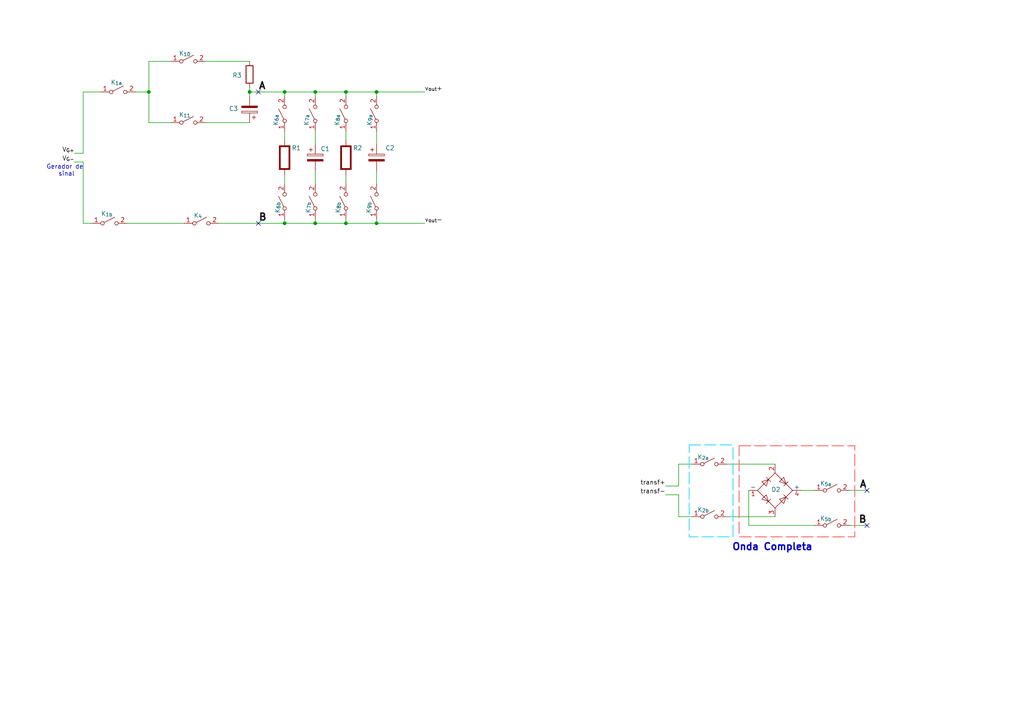
<source format=kicad_sch>
(kicad_sch (version 20231120) (generator "eeschema") (generator_version "8.0")
  (paper "A4")
  (lib_symbols
    (symbol "Device:C_Polarized" (pin_numbers hide) (pin_names (offset 0.254))
      (property "Reference" "C" (at 0.635 2.54 0))
      (property "Value" "C_Polarized" (at 0.635 -2.54 0))
      (symbol "C_Polarized_0_1"
        (rectangle (start -2.286 0.508) (end 2.286 1.016))
        (polyline (pts (xy -1.778 2.286) (xy -0.762 2.286)))
        (polyline (pts (xy -1.27 2.794) (xy -1.27 1.778)))
        (rectangle (start 2.286 -0.508) (end -2.286 -1.016) (fill (type outline)))
      )
      (symbol "C_Polarized_1_1"
        (pin passive line (at 0 3.81 270) (length 2.794) (name "~") (number "1"))
        (pin passive line (at 0 -3.81 90) (length 2.794) (name "~") (number "2"))
      )
    )
    (symbol "Device:R" (pin_numbers hide) (pin_names (offset 0))
      (property "Reference" "R" (at 2.032 0 90))
      (property "Value" "R" (at 0 0 90))
      (symbol "R_0_1"
        (rectangle (start -1.016 -2.54) (end 1.016 2.54) (stroke (width 0.254)))
      )
      (symbol "R_1_1"
        (pin passive line (at 0 3.81 270) (length 1.27) (name "~") (number "1"))
        (pin passive line (at 0 -3.81 90) (length 1.27) (name "~") (number "2"))
      )
    )
    (symbol "Diode_Bridge:B250C2300-1500A" (pin_names (offset 0))
      (property "Reference" "D" (at 2.54 6.985 0))
      (property "Value" "B250C2300-1500A" (at 2.54 5.08 0))
      (symbol "B250C2300-1500A_0_1"
        (polyline (pts (xy -2.54 3.81) (xy -1.27 2.54)))
        (polyline (pts (xy -1.27 -2.54) (xy -2.54 -3.81)))
        (polyline (pts (xy 2.54 -1.27) (xy 3.81 -2.54)))
        (polyline (pts (xy 2.54 1.27) (xy 3.81 2.54)))
        (polyline (pts (xy -3.81 2.54) (xy -2.54 1.27) (xy -1.905 3.175) (xy -3.81 2.54)))
        (polyline (pts (xy -2.54 -1.27) (xy -3.81 -2.54) (xy -1.905 -3.175) (xy -2.54 -1.27)))
        (polyline (pts (xy 1.27 2.54) (xy 2.54 3.81) (xy 3.175 1.905) (xy 1.27 2.54)))
        (polyline (pts (xy 3.175 -1.905) (xy 1.27 -2.54) (xy 2.54 -3.81) (xy 3.175 -1.905)))
        (polyline (pts (xy -5.08 0) (xy 0 -5.08) (xy 5.08 0) (xy 0 5.08) (xy -5.08 0)))
      )
      (symbol "B250C2300-1500A_1_1"
        (pin passive line (at -7.62 0 0) (length 2.54) (name "-") (number "1"))
        (pin passive line (at 0 7.62 270) (length 2.54) (name "~") (number "2"))
        (pin passive line (at 0 -7.62 90) (length 2.54) (name "~") (number "3"))
        (pin passive line (at 7.62 0 180) (length 2.54) (name "+") (number "4"))
      )
    )
    (symbol "PCM_Elektuur:R" (pin_numbers hide) (pin_names (offset 0) hide)
      (property "Reference" "R" (at 2.54 3.175 0))
      (property "Value" "R" (at 0 0 90))
      (symbol "R_1_1"
        (polyline (pts (xy -1.524 -3.429) (xy 1.524 -3.429) (xy 1.524 3.429) (xy -1.524 3.429) (xy -1.524 -3.429) (xy -1.27 -3.175) (xy -1.27 3.175) (xy 1.27 3.175) (xy 1.27 -3.175) (xy -1.27 -3.175) (xy -1.524 -3.429)) (stroke (width 0.254)) (fill (type outline)))
        (pin passive line (at 0 5.08 270) (length 1.651) (name "+") (number "1"))
        (pin passive line (at 0 -5.08 90) (length 1.651) (name "-") (number "2"))
      )
      (symbol "R_1_2"
        (polyline (pts (xy -0.508 -3.429) (xy 1.524 -3.429) (xy 1.524 3.429) (xy -0.508 3.429) (xy -0.508 3.175) (xy 1.27 3.175) (xy 1.27 -3.175) (xy -0.508 -3.175) (xy -0.508 -3.429)) (stroke (width 0.254)) (fill (type outline)))
        (pin passive line (at 0 5.08 270) (length 1.651) (name "+") (number "1"))
        (pin passive line (at 0 -5.08 90) (length 1.651) (name "-") (number "2"))
      )
      (symbol "R_1_3"
        (polyline (pts (xy 0 3.4798) (xy 0 3.2004) (xy 0.7112 2.794) (xy -1.1938 1.6764) (xy 0.7112 0.5588) (xy -1.1938 -0.5588) (xy 0.7112 -1.6764) (xy -1.1938 -2.794) (xy 0 -3.4798) (xy 0 -3.2004) (xy -0.7112 -2.794) (xy 1.1938 -1.6764) (xy -0.7112 -0.5588) (xy 1.1938 0.5588) (xy -0.7112 1.6764) (xy 1.1938 2.794) (xy 0 3.4798)) (stroke (width 0.254)) (fill (type outline)))
        (pin passive line (at 0 5.08 270) (length 1.6002) (name "+") (number "1"))
        (pin passive line (at 0 -5.08 90) (length 1.6002) (name "-") (number "2"))
      )
      (symbol "R_1_4"
        (polyline (pts (xy 0 4.5466) (xy 0 4.2672) (xy 0.0508 4.2418) (xy 1.016 3.683) (xy -1.524 2.2098) (xy 1.016 0.7366) (xy -1.524 -0.7366) (xy 1.016 -2.2098) (xy -1.524 -3.683) (xy -0.0762 -4.5212) (xy 0 -4.5466) (xy 0 -4.2672) (xy -0.0508 -4.2418) (xy -1.016 -3.683) (xy 1.524 -2.2098) (xy -1.016 -0.7366) (xy 1.524 0.7366) (xy -1.016 2.2098) (xy 1.524 3.683) (xy 0.0762 4.5212) (xy 0 4.5466)) (stroke (width 0.254)) (fill (type outline)))
        (pin passive line (at 0 5.08 270) (length 0.5334) (name "+") (number "1"))
        (pin passive line (at 0 -5.08 90) (length 0.5334) (name "-") (number "2"))
      )
    )
    (symbol "Switch:SW_SPST" (pin_names (offset 0) hide)
      (property "Reference" "SW" (at 0 3.175 0))
      (property "Value" "SW_SPST" (at 0 -2.54 0))
      (symbol "SW_SPST_0_0"
        (circle (center -2.032 0) (radius 0.508))
        (polyline (pts (xy -1.524 0.254) (xy 1.524 1.778)))
        (circle (center 2.032 0) (radius 0.508))
      )
      (symbol "SW_SPST_1_1"
        (pin passive line (at -5.08 0 0) (length 2.54) (name "A") (number "1"))
        (pin passive line (at 5.08 0 180) (length 2.54) (name "B") (number "2"))
      )
    )
  )
  (junction (at 82.55 26.67))
  (junction (at 109.22 26.67))
  (junction (at 91.44 26.67))
  (junction (at 91.44 64.77))
  (junction (at 100.33 26.67))
  (junction (at 109.22 64.77))
  (junction (at 43.18 26.67))
  (junction (at 100.33 64.77))
  (junction (at 72.39 26.67))
  (junction (at 82.55 64.77))
  (no_connect (at 251.46 142.24))
  (no_connect (at 74.93 26.67))
  (no_connect (at 74.93 64.77))
  (no_connect (at 251.46 152.4))
  (wire (pts (xy 109.22 49.53) (xy 109.22 53.34)))
  (wire (pts (xy 59.69 35.56) (xy 72.39 35.56)))
  (wire (pts (xy 72.39 26.67) (xy 82.55 26.67)))
  (wire (pts (xy 210.82 134.62) (xy 224.79 134.62)))
  (wire (pts (xy 236.22 142.24) (xy 232.41 142.24)))
  (wire (pts (xy 196.85 143.51) (xy 196.85 149.86)))
  (wire (pts (xy 196.85 134.62) (xy 196.85 140.97)))
  (wire (pts (xy 91.44 49.53) (xy 91.44 53.34)))
  (wire (pts (xy 82.55 64.77) (xy 91.44 64.77)))
  (wire (pts (xy 63.5 64.77) (xy 82.55 64.77)))
  (wire (pts (xy 210.82 149.86) (xy 224.79 149.86)))
  (wire (pts (xy 72.39 25.4) (xy 72.39 26.67)))
  (wire (pts (xy 59.69 17.78) (xy 72.39 17.78)))
  (wire (pts (xy 91.44 26.67) (xy 100.33 26.67)))
  (wire (pts (xy 217.17 142.24) (xy 217.17 152.4)))
  (wire (pts (xy 82.55 26.67) (xy 91.44 26.67)))
  (wire (pts (xy 196.85 149.86) (xy 200.66 149.86)))
  (wire (pts (xy 24.13 64.77) (xy 26.67 64.77)))
  (wire (pts (xy 100.33 64.77) (xy 109.22 64.77)))
  (wire (pts (xy 109.22 26.67) (xy 109.22 27.94)))
  (wire (pts (xy 123.19 64.77) (xy 109.22 64.77)))
  (wire (pts (xy 24.13 26.67) (xy 29.21 26.67)))
  (wire (pts (xy 43.18 35.56) (xy 49.53 35.56)))
  (wire (pts (xy 91.44 64.77) (xy 100.33 64.77)))
  (wire (pts (xy 100.33 63.5) (xy 100.33 64.77)))
  (wire (pts (xy 24.13 46.99) (xy 24.13 64.77)))
  (wire (pts (xy 43.18 26.67) (xy 43.18 35.56)))
  (wire (pts (xy 109.22 38.1) (xy 109.22 41.91)))
  (wire (pts (xy 82.55 50.8) (xy 82.55 53.34)))
  (wire (pts (xy 82.55 38.1) (xy 82.55 40.64)))
  (wire (pts (xy 21.59 46.99) (xy 24.13 46.99)))
  (wire (pts (xy 100.33 50.8) (xy 100.33 53.34)))
  (wire (pts (xy 123.19 26.67) (xy 109.22 26.67)))
  (wire (pts (xy 246.38 142.24) (xy 251.46 142.24)))
  (wire (pts (xy 82.55 63.5) (xy 82.55 64.77)))
  (wire (pts (xy 72.39 26.67) (xy 72.39 27.94)))
  (wire (pts (xy 21.59 44.45) (xy 24.13 44.45)))
  (wire (pts (xy 217.17 152.4) (xy 236.22 152.4)))
  (wire (pts (xy 24.13 44.45) (xy 24.13 26.67)))
  (wire (pts (xy 100.33 26.67) (xy 109.22 26.67)))
  (wire (pts (xy 193.04 143.51) (xy 196.85 143.51)))
  (wire (pts (xy 100.33 26.67) (xy 100.33 27.94)))
  (wire (pts (xy 196.85 134.62) (xy 200.66 134.62)))
  (wire (pts (xy 246.38 152.4) (xy 251.46 152.4)))
  (wire (pts (xy 91.44 26.67) (xy 91.44 27.94)))
  (wire (pts (xy 109.22 63.5) (xy 109.22 64.77)))
  (wire (pts (xy 36.83 64.77) (xy 53.34 64.77)))
  (wire (pts (xy 100.33 38.1) (xy 100.33 40.64)))
  (wire (pts (xy 39.37 26.67) (xy 43.18 26.67)))
  (wire (pts (xy 82.55 26.67) (xy 82.55 27.94)))
  (wire (pts (xy 91.44 38.1) (xy 91.44 41.91)))
  (wire (pts (xy 193.04 140.97) (xy 196.85 140.97)))
  (wire (pts (xy 43.18 17.78) (xy 43.18 26.67)))
  (wire (pts (xy 91.44 63.5) (xy 91.44 64.77)))
  (wire (pts (xy 43.18 17.78) (xy 49.53 17.78)))
  (rectangle (start 199.898 129.032) (end 212.598 155.702) (stroke (width 0.3) (type dash) (color 78 222 255 1)))
  (rectangle (start 214.376 129.286) (end 247.904 155.702) (stroke (width 0.3) (type dash) (color 255 115 114 1)))
  (text "Gerador de \nsinal" (at 19.304 49.53 0) (effects (font (size 1.27 1.27))))
  (text "Onda Completa" (at 224.028 158.75 0) (effects (font (size 2 2) (bold yes))))
  (label "B" (at 251.46 152.4 180) (effects (font (size 2 2) (thickness 0.4) (bold yes))))
  (label "v_{out}+" (at 123.19 26.67 0))
  (label "transf-" (at 193.04 143.51 180))
  (label "B" (at 74.93 64.77 0) (effects (font (size 2 2) (thickness 0.4) (bold yes))))
  (label "transf+" (at 193.04 140.97 180))
  (label "V_{G+}" (at 21.59 44.45 180))
  (label "v_{out}-" (at 123.19 64.77 0))
  (label "A" (at 74.93 26.67 0) (effects (font (size 2 2) (thickness 0.4) (bold yes))))
  (label "V_{G-}" (at 21.59 46.99 180))
  (label "A" (at 251.46 142.24 180) (effects (font (size 2 2) (thickness 0.4) (bold yes))))
  (symbol (lib_id "Switch:SW_SPST") (at 241.3 142.24 0) (unit 1)
    (property "Reference" "K_{5a}" (at 239.522 140.208 0))
    (property "Value" "SW_SPST" (effects (hide yes)))
    (property "Description" "Single Pole Single Throw (SPST) switch" (effects (hide yes)))
  )
  (symbol (lib_id "Switch:SW_SPST") (at 205.74 134.62 0) (unit 1)
    (property "Reference" "K_{2a}" (at 203.962 132.588 0))
    (property "Value" "SW_SPST" (effects (hide yes)))
    (property "Description" "Single Pole Single Throw (SPST) switch" (effects (hide yes)))
  )
  (symbol (lib_id "Switch:SW_SPST") (at 205.74 149.86 0) (unit 1)
    (property "Reference" "K_{2b}" (at 203.962 147.828 0))
    (property "Value" "SW_SPST" (effects (hide yes)))
    (property "Description" "Single Pole Single Throw (SPST) switch" (effects (hide yes)))
  )
  (symbol (lib_id "Device:R") (at 72.39 21.59 180) (unit 1)
    (property "Reference" "R3" (at 70.104 21.844 0) (effects (justify left)))
    (property "Value" "1K" (effects (hide yes)))
    (property "Footprint" "Resistor_THT:R_Axial_DIN0207_L6.3mm_D2.5mm_P15.24mm_Horizontal" (effects (hide yes)))
    (property "Description" "Resistor" (effects (hide yes)))
  )
  (symbol (lib_id "Switch:SW_SPST") (at 91.44 33.02 90) (unit 1)
    (property "Reference" "K_{7a}" (at 88.9 34.798 0))
    (property "Value" "SW_SPST" (effects (hide yes)))
    (property "Description" "Single Pole Single Throw (SPST) switch" (effects (hide yes)))
  )
  (symbol (lib_id "Switch:SW_SPST") (at 34.29 26.67 0) (unit 1)
    (property "Reference" "K_{1a}" (at 33.782 23.876 0))
    (property "Value" "SW_SPST" (effects (hide yes)))
    (property "Description" "Single Pole Single Throw (SPST) switch" (effects (hide yes)))
  )
  (symbol (lib_id "PCM_Elektuur:R") (at 100.33 45.72 0) (unit 1)
    (property "Reference" "R2" (at 102.362 42.926 0) (effects (justify left)))
    (property "Value" "R" (effects (hide yes)))
    (property "Description" "resistor" (effects (hide yes)))
    (property "Indicator" "+" (effects (hide yes)))
    (property "Rating" "W" (effects (hide yes)))
  )
  (symbol (lib_id "Switch:SW_SPST") (at 54.61 35.56 0) (unit 1)
    (property "Reference" "K_{11}" (at 53.594 33.274 0))
    (property "Value" "SW_SPST" (effects (hide yes)))
    (property "Description" "Single Pole Single Throw (SPST) switch" (effects (hide yes)))
  )
  (symbol (lib_id "Switch:SW_SPST") (at 31.75 64.77 0) (unit 1)
    (property "Reference" "K_{1b}" (at 30.988 61.976 0))
    (property "Value" "SW_SPST" (effects (hide yes)))
    (property "Description" "Single Pole Single Throw (SPST) switch" (effects (hide yes)))
  )
  (symbol (lib_id "Switch:SW_SPST") (at 91.44 58.42 90) (unit 1)
    (property "Reference" "K_{7b}" (at 89.408 60.198 0))
    (property "Value" "SW_SPST" (effects (hide yes)))
    (property "Description" "Single Pole Single Throw (SPST) switch" (effects (hide yes)))
  )
  (symbol (lib_id "Device:C_Polarized") (at 72.39 31.75 180) (unit 1)
    (property "Reference" "C3" (at 69.088 31.496 0) (effects (justify left)))
    (property "Value" "10uF" (effects (hide yes)))
    (property "Footprint" "Capacitor_THT:CP_Radial_D5.0mm_P2.00mm" (effects (hide yes)))
    (property "Description" "Polarized capacitor" (effects (hide yes)))
  )
  (symbol (lib_id "Switch:SW_SPST") (at 82.55 33.02 90) (unit 1)
    (property "Reference" "K_{6a}" (at 80.01 34.798 0))
    (property "Value" "SW_SPST" (effects (hide yes)))
    (property "Description" "Single Pole Single Throw (SPST) switch" (effects (hide yes)))
  )
  (symbol (lib_id "Switch:SW_SPST") (at 109.22 58.42 90) (unit 1)
    (property "Reference" "K_{9b}" (at 106.934 60.198 0))
    (property "Value" "SW_SPST" (effects (hide yes)))
    (property "Description" "Single Pole Single Throw (SPST) switch" (effects (hide yes)))
  )
  (symbol (lib_id "Switch:SW_SPST") (at 82.55 58.42 90) (unit 1)
    (property "Reference" "K_{6b}" (at 80.518 60.198 0))
    (property "Value" "SW_SPST" (effects (hide yes)))
    (property "Description" "Single Pole Single Throw (SPST) switch" (effects (hide yes)))
  )
  (symbol (lib_id "Switch:SW_SPST") (at 241.3 152.4 0) (unit 1)
    (property "Reference" "K_{5b}" (at 239.522 150.368 0))
    (property "Value" "SW_SPST" (effects (hide yes)))
    (property "Description" "Single Pole Single Throw (SPST) switch" (effects (hide yes)))
  )
  (symbol (lib_id "PCM_Elektuur:R") (at 82.55 45.72 0) (unit 1)
    (property "Reference" "R1" (at 84.582 42.926 0) (effects (justify left)))
    (property "Value" "R" (effects (hide yes)))
    (property "Description" "resistor" (effects (hide yes)))
    (property "Indicator" "+" (effects (hide yes)))
    (property "Rating" "W" (effects (hide yes)))
  )
  (symbol (lib_id "Device:C_Polarized") (at 109.22 45.72 0) (unit 1)
    (property "Reference" "C2" (at 111.76 42.926 0) (effects (justify left)))
    (property "Value" "10uF" (effects (hide yes)))
    (property "Footprint" "Capacitor_THT:CP_Radial_D6.3mm_P2.50mm" (effects (hide yes)))
    (property "Description" "Polarized capacitor" (effects (hide yes)))
  )
  (symbol (lib_id "Switch:SW_SPST") (at 100.33 33.02 90) (unit 1)
    (property "Reference" "K_{8a}" (at 97.79 34.798 0))
    (property "Value" "SW_SPST" (effects (hide yes)))
    (property "Description" "Single Pole Single Throw (SPST) switch" (effects (hide yes)))
  )
  (symbol (lib_id "Diode_Bridge:B250C2300-1500A") (at 224.79 142.24 0) (unit 1)
    (property "Reference" "D2" (at 225.044 141.986 0))
    (property "Value" "B250C2300-1500A" (effects (hide yes)))
    (property "Footprint" "Diode_THT:Diode_Bridge_19.0x3.5x10.0mm_P5.0mm" (effects (hide yes)))
    (property "Datasheet" "https://diotec.com/tl_files/diotec/files/pdf/datasheets/b40c2300.pdf" (effects (hide yes)))
    (property "Description" "Silicon Bridge Rectifier, 250V Vrms, 1.5A If, pins=-AA+, SIL-package" (effects (hide yes)))
  )
  (symbol (lib_id "Switch:SW_SPST") (at 109.22 33.02 90) (unit 1)
    (property "Reference" "K_{9a}" (at 107.188 34.798 0))
    (property "Value" "SW_SPST" (effects (hide yes)))
    (property "Description" "Single Pole Single Throw (SPST) switch" (effects (hide yes)))
  )
  (symbol (lib_id "Device:C_Polarized") (at 91.44 45.72 0) (unit 1)
    (property "Reference" "C1" (at 92.964 43.18 0) (effects (justify left)))
    (property "Value" "10uF" (effects (hide yes)))
    (property "Footprint" "Capacitor_THT:CP_Radial_D6.3mm_P2.50mm" (effects (hide yes)))
    (property "Description" "Polarized capacitor" (effects (hide yes)))
  )
  (symbol (lib_id "Switch:SW_SPST") (at 58.42 64.77 0) (unit 1)
    (property "Reference" "K_{4}" (at 57.404 62.484 0))
    (property "Value" "SW_SPST" (effects (hide yes)))
    (property "Description" "Single Pole Single Throw (SPST) switch" (effects (hide yes)))
  )
  (symbol (lib_id "Switch:SW_SPST") (at 54.61 17.78 0) (unit 1)
    (property "Reference" "K_{10}" (at 53.594 15.494 0))
    (property "Value" "SW_SPST" (effects (hide yes)))
    (property "Description" "Single Pole Single Throw (SPST) switch" (effects (hide yes)))
  )
  (symbol (lib_id "Switch:SW_SPST") (at 100.33 58.42 90) (unit 1)
    (property "Reference" "K_{8b}" (at 98.044 60.198 0))
    (property "Value" "SW_SPST" (effects (hide yes)))
    (property "Description" "Single Pole Single Throw (SPST) switch" (effects (hide yes)))
  )
)
</source>
